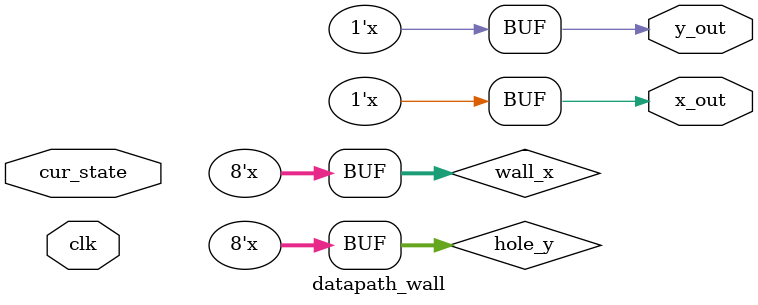
<source format=v>
module datapath_wall(input clk, input [1:0] cur_state, output x_out, output y_out);
    
   // registers
	reg [7:0] wall_x, hole_y;
	
	
	localparam WALL_X_SPEED = 8'b00000100;//Speed of wall is 4
	localparam WALL_HEIGHT = 8'b01111000;//height of wall is 120
	localparam HOLE_Y_SPEED = 8'b00000100;//hole moves at speed 4
	
	localparam 	UPDATE_WALL = 3'd0;

	wall_height_generator rg(
		.clk(clk),
		.reset(),
		.out(hole_y)
	);
	
	
    // State mapping
    always @(*)
    begin
        case (cur_state)
				UPDATE_WALL:
						begin
							wall_x <= wall_x - WALL_X_SPEED;
							if (hole_y < WALL_HEIGHT)
								hole_y <= hole_y + HOLE_Y_SPEED;
							else
								hole_y <= hole_y - HOLE_Y_SPEED;
						end
		  endcase
    end
	 
	 assign x_out = wall_x;
	 assign y_out = hole_y;
    
endmodule

</source>
